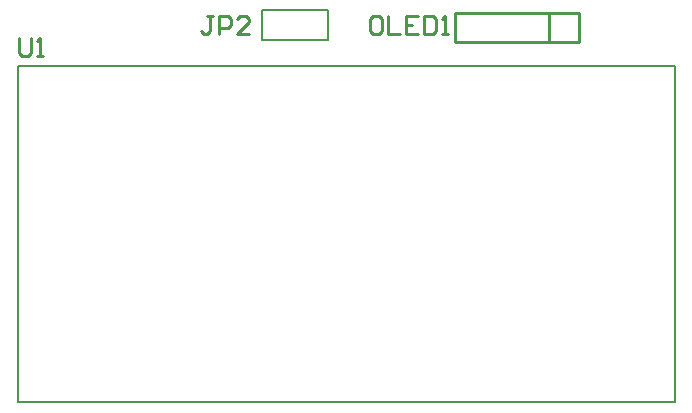
<source format=gto>
G04*
G04 #@! TF.GenerationSoftware,Altium Limited,Altium Designer,21.3.2 (30)*
G04*
G04 Layer_Color=65535*
%FSTAX24Y24*%
%MOIN*%
G70*
G04*
G04 #@! TF.SameCoordinates,7CA10C46-D00E-43F5-BDD8-F0146F79C00B*
G04*
G04*
G04 #@! TF.FilePolarity,Positive*
G04*
G01*
G75*
%ADD10C,0.0100*%
%ADD11C,0.0079*%
D10*
X01845Y0138D02*
Y01472D01*
X01532Y01379D02*
X01946D01*
X01532D02*
Y01475D01*
X01946D01*
Y01379D02*
Y01475D01*
X0128Y01465D02*
X0126D01*
X0125Y01455D01*
Y01415D01*
X0126Y01405D01*
X0128D01*
X0129Y01415D01*
Y01455D01*
X0128Y01465D01*
X0131D02*
Y01405D01*
X0135D01*
X0141Y01465D02*
X0137D01*
Y01405D01*
X0141D01*
X0137Y01435D02*
X0139D01*
X0143Y01465D02*
Y01405D01*
X0146D01*
X0147Y01415D01*
Y01455D01*
X0146Y01465D01*
X0143D01*
X0149Y01405D02*
X0151D01*
X015D01*
Y01465D01*
X0149Y01455D01*
X00725Y01465D02*
X00705D01*
X00715D01*
Y01415D01*
X00705Y01405D01*
X00695D01*
X00685Y01415D01*
X00745Y01405D02*
Y01465D01*
X00775D01*
X00785Y01455D01*
Y01435D01*
X00775Y01425D01*
X00745D01*
X00845Y01405D02*
X00805D01*
X00845Y01445D01*
Y01455D01*
X00835Y01465D01*
X00815D01*
X00805Y01455D01*
X00081Y01394D02*
Y01344D01*
X00091Y01334D01*
X00111D01*
X00121Y01344D01*
Y01394D01*
X00141Y01334D02*
X00161D01*
X00151D01*
Y01394D01*
X00141Y01384D01*
D11*
X008902Y01385D02*
X011098D01*
Y01485D01*
X008902D02*
X011098D01*
X008902Y01385D02*
Y01485D01*
X02265Y00715D02*
Y013D01*
Y0018D02*
Y00715D01*
X00075Y0018D02*
X02265Y0018D01*
X00075Y0018D02*
Y013D01*
X02265Y013D01*
M02*

</source>
